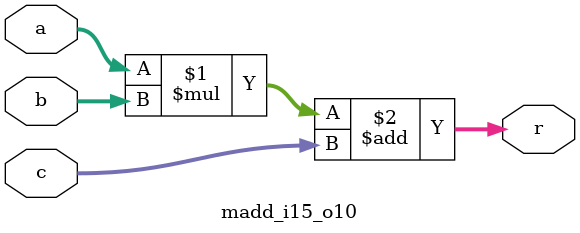
<source format=v>
module madd_i15_o10 (a, b, c, r);
input [4:0] a, b, c;
output [9:0] r;


assign r = (a * b) + c;

endmodule  

</source>
